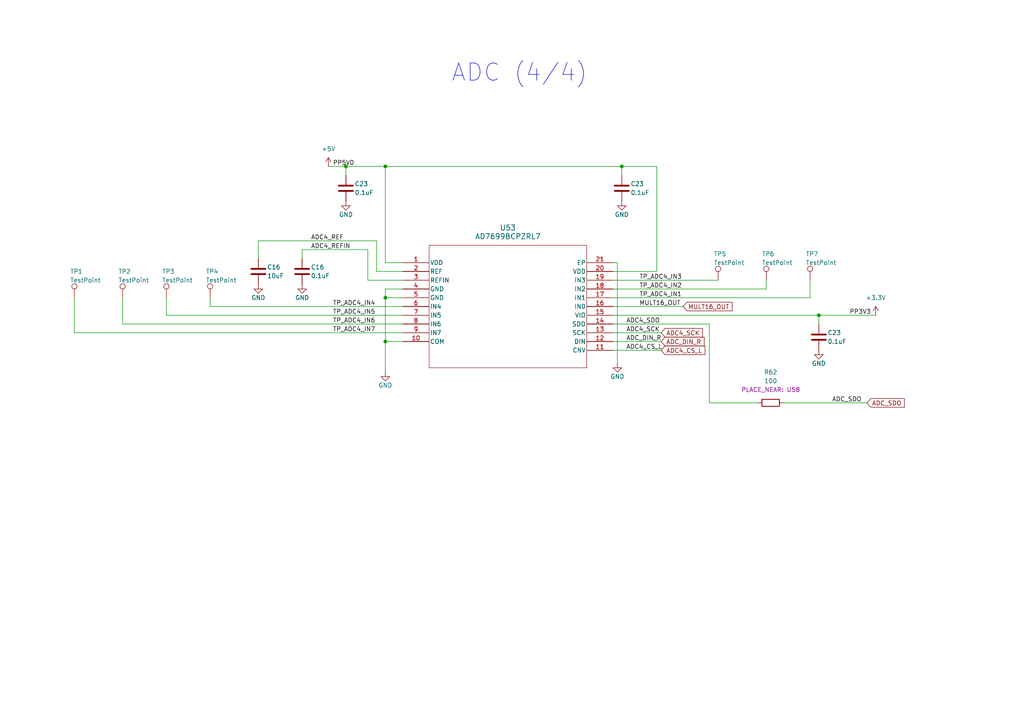
<source format=kicad_sch>
(kicad_sch (version 20230121) (generator eeschema)
  (paper "A4")
  (lib_symbols
    (symbol "AD7699BCPZRL7:AD7699BCPZRL7" (pin_names (offset 0.254))
      (property "Reference" "U" (at 30.48 10.16 0))
      (property "Value" "AD7699BCPZRL7" (at 30.48 7.62 0))
      (symbol "AD7699BCPZRL7_0_1"
        (polyline (pts (xy 7.62 -30.48) (xy 53.34 -30.48)) (stroke (width 0.127)))
        (polyline (pts (xy 7.62 5.08) (xy 7.62 -30.48)) (stroke (width 0.127)))
        (polyline (pts (xy 53.34 -30.48) (xy 53.34 5.08)) (stroke (width 0.127)))
        (polyline (pts (xy 53.34 5.08) (xy 7.62 5.08)) (stroke (width 0.127)))
        (pin power_in line (at 0 0 0) (length 7.62) (name "VDD") (number "1"))
        (pin unspecified line (at 0 -22.86 0) (length 7.62) (name "COM") (number "10"))
        (pin unspecified line (at 60.96 -25.4 180) (length 7.62) (name "CNV") (number "11"))
        (pin unspecified line (at 60.96 -22.86 180) (length 7.62) (name "DIN") (number "12"))
        (pin unspecified line (at 60.96 -20.32 180) (length 7.62) (name "SCK") (number "13"))
        (pin unspecified line (at 60.96 -17.78 180) (length 7.62) (name "SDO") (number "14"))
        (pin power_in line (at 60.96 -15.24 180) (length 7.62) (name "VIO") (number "15"))
        (pin unspecified line (at 60.96 -12.7 180) (length 7.62) (name "IN0") (number "16"))
        (pin unspecified line (at 60.96 -10.16 180) (length 7.62) (name "IN1") (number "17"))
        (pin unspecified line (at 60.96 -7.62 180) (length 7.62) (name "IN2") (number "18"))
        (pin unspecified line (at 60.96 -5.08 180) (length 7.62) (name "IN3") (number "19"))
        (pin unspecified line (at 0 -2.54 0) (length 7.62) (name "REF") (number "2"))
        (pin power_in line (at 60.96 -2.54 180) (length 7.62) (name "VDD") (number "20"))
        (pin unspecified line (at 60.96 0 180) (length 7.62) (name "EP") (number "21"))
        (pin unspecified line (at 0 -5.08 0) (length 7.62) (name "REFIN") (number "3"))
        (pin unspecified line (at 0 -7.62 0) (length 7.62) (name "GND") (number "4"))
        (pin unspecified line (at 0 -10.16 0) (length 7.62) (name "GND") (number "5"))
        (pin unspecified line (at 0 -12.7 0) (length 7.62) (name "IN4") (number "6"))
        (pin unspecified line (at 0 -15.24 0) (length 7.62) (name "IN5") (number "7"))
        (pin unspecified line (at 0 -17.78 0) (length 7.62) (name "IN6") (number "8"))
        (pin unspecified line (at 0 -20.32 0) (length 7.62) (name "IN7") (number "9"))
      )
    )
    (symbol "Connector:TestPoint" (pin_numbers hide) (pin_names (offset 0.762) hide)
      (property "Reference" "TP" (at 0 6.858 0))
      (property "Value" "TestPoint" (at 0 5.08 0))
      (symbol "TestPoint_0_1"
        (circle (center 0 3.302) (radius 0.762))
      )
      (symbol "TestPoint_1_1"
        (pin passive line (at 0 0 90) (length 2.54) (name "1") (number "1"))
      )
    )
    (symbol "Device:C" (pin_numbers hide) (pin_names (offset 0.254))
      (property "Reference" "C" (at 0.635 2.54 0))
      (property "Value" "C" (at 0.635 -2.54 0))
      (symbol "C_0_1"
        (polyline (pts (xy -2.032 -0.762) (xy 2.032 -0.762)) (stroke (width 0.508)))
        (polyline (pts (xy -2.032 0.762) (xy 2.032 0.762)) (stroke (width 0.508)))
      )
      (symbol "C_1_1"
        (pin passive line (at 0 3.81 270) (length 2.794) (name "~") (number "1"))
        (pin passive line (at 0 -3.81 90) (length 2.794) (name "~") (number "2"))
      )
    )
    (symbol "Device:R" (pin_numbers hide) (pin_names (offset 0))
      (property "Reference" "R" (at 2.032 0 90))
      (property "Value" "R" (at 0 0 90))
      (symbol "R_0_1"
        (rectangle (start -1.016 -2.54) (end 1.016 2.54) (stroke (width 0.254)))
      )
      (symbol "R_1_1"
        (pin passive line (at 0 3.81 270) (length 1.27) (name "~") (number "1"))
        (pin passive line (at 0 -3.81 90) (length 1.27) (name "~") (number "2"))
      )
    )
    (symbol "power:+3.3V" (power) (pin_names (offset 0))
      (property "Value" "+3.3V" (at 0 3.556 0))
      (symbol "+3.3V_0_1"
        (polyline (pts (xy -0.762 1.27) (xy 0 2.54)))
        (polyline (pts (xy 0 0) (xy 0 2.54)))
        (polyline (pts (xy 0 2.54) (xy 0.762 1.27)))
      )
      (symbol "+3.3V_1_1"
        (pin power_in line (at 0 0 90) (length 0) hide (name "+3.3V") (number "1"))
      )
    )
    (symbol "power:+5V" (power) (pin_names (offset 0))
      (property "Value" "+5V" (at 0 3.556 0))
      (symbol "+5V_0_1"
        (polyline (pts (xy -0.762 1.27) (xy 0 2.54)))
        (polyline (pts (xy 0 0) (xy 0 2.54)))
        (polyline (pts (xy 0 2.54) (xy 0.762 1.27)))
      )
      (symbol "+5V_1_1"
        (pin power_in line (at 0 0 90) (length 0) hide (name "+5V") (number "1"))
      )
    )
    (symbol "power:GND" (power) (pin_names (offset 0))
      (property "Value" "GND" (at 0 -3.81 0))
      (symbol "GND_0_1"
        (polyline (pts (xy 0 0) (xy 0 -1.27) (xy 1.27 -1.27) (xy 0 -2.54) (xy -1.27 -1.27) (xy 0 -1.27)))
      )
      (symbol "GND_1_1"
        (pin power_in line (at 0 0 270) (length 0) hide (name "GND") (number "1"))
      )
    )
  )
  (junction (at 111.76 48.26))
  (junction (at 111.76 99.06))
  (junction (at 111.76 86.36))
  (junction (at 180.34 48.26))
  (junction (at 237.49 91.44))
  (junction (at 100.33 48.26))
  (wire (pts (xy 21.59 86.36) (xy 21.59 96.52)))
  (wire (pts (xy 116.84 76.2) (xy 111.76 76.2)))
  (wire (pts (xy 222.25 83.82) (xy 222.25 81.28)))
  (wire (pts (xy 116.84 83.82) (xy 111.76 83.82)))
  (wire (pts (xy 219.71 116.84) (xy 205.74 116.84)))
  (wire (pts (xy 87.63 72.39) (xy 87.63 74.93)))
  (wire (pts (xy 111.76 86.36) (xy 111.76 99.06)))
  (wire (pts (xy 227.33 116.84) (xy 251.46 116.84)))
  (wire (pts (xy 100.33 48.26) (xy 111.76 48.26)))
  (wire (pts (xy 190.5 78.74) (xy 190.5 48.26)))
  (wire (pts (xy 111.76 99.06) (xy 116.84 99.06)))
  (wire (pts (xy 234.95 86.36) (xy 234.95 81.28)))
  (wire (pts (xy 87.63 72.39) (xy 106.68 72.39)))
  (wire (pts (xy 74.93 69.85) (xy 74.93 74.93)))
  (wire (pts (xy 180.34 48.26) (xy 180.34 50.8)))
  (wire (pts (xy 177.8 86.36) (xy 234.95 86.36)))
  (wire (pts (xy 177.8 88.9) (xy 198.12 88.9)))
  (wire (pts (xy 21.59 96.52) (xy 116.84 96.52)))
  (wire (pts (xy 109.22 69.85) (xy 109.22 78.74)))
  (wire (pts (xy 177.8 81.28) (xy 208.28 81.28)))
  (wire (pts (xy 237.49 91.44) (xy 254 91.44)))
  (wire (pts (xy 177.8 91.44) (xy 237.49 91.44)))
  (wire (pts (xy 177.8 96.52) (xy 191.77 96.52)))
  (wire (pts (xy 48.26 86.36) (xy 48.26 91.44)))
  (wire (pts (xy 190.5 48.26) (xy 180.34 48.26)))
  (wire (pts (xy 95.25 48.26) (xy 100.33 48.26)))
  (wire (pts (xy 205.74 116.84) (xy 205.74 93.98)))
  (wire (pts (xy 35.56 86.36) (xy 35.56 93.98)))
  (wire (pts (xy 48.26 91.44) (xy 116.84 91.44)))
  (wire (pts (xy 60.96 88.9) (xy 116.84 88.9)))
  (wire (pts (xy 35.56 93.98) (xy 116.84 93.98)))
  (wire (pts (xy 177.8 83.82) (xy 222.25 83.82)))
  (wire (pts (xy 111.76 83.82) (xy 111.76 86.36)))
  (wire (pts (xy 177.8 99.06) (xy 191.77 99.06)))
  (wire (pts (xy 111.76 86.36) (xy 116.84 86.36)))
  (wire (pts (xy 179.07 76.2) (xy 177.8 76.2)))
  (wire (pts (xy 109.22 78.74) (xy 116.84 78.74)))
  (wire (pts (xy 111.76 99.06) (xy 111.76 107.95)))
  (wire (pts (xy 180.34 48.26) (xy 111.76 48.26)))
  (wire (pts (xy 60.96 86.36) (xy 60.96 88.9)))
  (wire (pts (xy 100.33 48.26) (xy 100.33 50.8)))
  (wire (pts (xy 177.8 101.6) (xy 191.77 101.6)))
  (wire (pts (xy 177.8 78.74) (xy 190.5 78.74)))
  (wire (pts (xy 111.76 76.2) (xy 111.76 48.26)))
  (wire (pts (xy 177.8 93.98) (xy 205.74 93.98)))
  (wire (pts (xy 74.93 69.85) (xy 109.22 69.85)))
  (wire (pts (xy 106.68 72.39) (xy 106.68 81.28)))
  (wire (pts (xy 106.68 81.28) (xy 116.84 81.28)))
  (wire (pts (xy 237.49 91.44) (xy 237.49 93.98)))
  (wire (pts (xy 179.07 105.41) (xy 179.07 76.2)))
  (text "ADC (4/4)" (at 130.81 24.13 0) (effects (font (size 5 5)) (justify left bottom)))
  (label "ADC4_REF" (at 90.17 69.85 0))
  (label "TP_ADC4_IN5" (at 96.52 91.44 0))
  (label "ADC4_SCK" (at 181.61 96.52 0))
  (label "TP_ADC4_IN3" (at 185.42 81.28 0))
  (label "ADC4_REFIN" (at 90.17 72.39 0))
  (label "PP5V0" (at 96.52 48.26 0))
  (label "ADC_SDO" (at 241.3 116.84 0))
  (label "TP_ADC4_IN1" (at 185.42 86.36 0))
  (label "TP_ADC4_IN7" (at 96.52 96.52 0))
  (label "PP3V3" (at 246.38 91.44 0))
  (label "MULT16_OUT" (at 185.42 88.9 0))
  (label "ADC4_CS_L" (at 181.61 101.6 0))
  (label "ADC4_SDO" (at 181.61 93.98 0))
  (label "TP_ADC4_IN4" (at 96.52 88.9 0))
  (label "TP_ADC4_IN2" (at 185.42 83.82 0))
  (label "ADC_DIN_R" (at 181.61 99.06 0))
  (label "TP_ADC4_IN6" (at 96.52 93.98 0))
  (global_label "ADC_SDO" (shape input) (at 251.46 116.84 0) (property "Intersheetrefs" "${INTERSHEET_REFS}" (effects hide)))
  (global_label "ADC4_SCK" (shape input) (at 191.77 96.52 0) (property "Intersheetrefs" "${INTERSHEET_REFS}" (effects hide)))
  (global_label "ADC_DIN_R" (shape input) (at 191.77 99.06 0) (property "Intersheetrefs" "${INTERSHEET_REFS}" (effects hide)))
  (global_label "ADC4_CS_L" (shape input) (at 191.77 101.6 0) (property "Intersheetrefs" "${INTERSHEET_REFS}" (effects hide)))
  (global_label "MULT16_OUT" (shape input) (at 198.12 88.9 0) (property "Intersheetrefs" "${INTERSHEET_REFS}" (effects hide)))
  (symbol (lib_id "power:GND") (at 179.07 105.41 0) (unit 1)
    (property "Reference" "#PWR035" (effects hide))
    (property "Value" "GND" (at 179.07 109.22 0))
    (instances (project "fydp" (path "" (reference "#PWR035") (unit 1)) (path "" (reference "#PWR0106") (unit 1)) (path "" (reference "#PWR0214") (unit 1)) (path "" (reference "#PWR0250") (unit 1)) (path "" (reference "#PWR0171") (unit 1)) (path "" (reference "#PWR0315") (unit 1)) (path "" (reference "#PWR060") (unit 1))) (project "untitled" (path "" (reference "#PWR035") (unit 1))))
  )
  (symbol (lib_id "Connector:TestPoint") (at 222.25 81.28 0) (unit 1)
    (property "Reference" "TP6" (at 220.98 73.66 0) (effects (justify left)))
    (property "Value" "TestPoint" (at 220.98 76.2 0) (effects (justify left)))
    (property "Footprint" "TestPoint:TestPoint_Pad_1.0x1.0mm" (effects hide))
    (instances (project "fydp" (path "" (reference "TP6") (unit 1)) (path "" (reference "TP29") (unit 1)) (path "" (reference "TP42") (unit 1))) (project "untitled" (path "" (reference "TP2") (unit 1))))
  )
  (symbol (lib_id "Connector:TestPoint") (at 234.95 81.28 0) (unit 1)
    (property "Reference" "TP7" (at 233.68 73.66 0) (effects (justify left)))
    (property "Value" "TestPoint" (at 233.68 76.2 0) (effects (justify left)))
    (property "Footprint" "TestPoint:TestPoint_Pad_1.0x1.0mm" (effects hide))
    (instances (project "fydp" (path "" (reference "TP7") (unit 1)) (path "" (reference "TP30") (unit 1)) (path "" (reference "TP43") (unit 1))) (project "untitled" (path "" (reference "TP2") (unit 1))))
  )
  (symbol (lib_id "Device:C") (at 74.93 78.74 0) (unit 1)
    (property "Reference" "C16" (at 77.47 77.47 0) (effects (justify left)))
    (property "Value" "10uF" (at 77.47 80.01 0) (effects (justify left)))
    (property "Footprint" "Capacitor_SMD:C_0805_2012Metric" (effects hide))
    (instances (project "fydp" (path "" (reference "C16") (unit 1)) (path "" (reference "C56") (unit 1)) (path "" (reference "C128") (unit 1)) (path "" (reference "C152") (unit 1)) (path "" (reference "C205") (unit 1)) (path "" (reference "C217") (unit 1)) (path "" (reference "C7") (unit 1))) (project "untitled" (path "" (reference "C16") (unit 1))))
  )
  (symbol (lib_id "Connector:TestPoint") (at 208.28 81.28 0) (unit 1)
    (property "Reference" "TP5" (at 207.01 73.66 0) (effects (justify left)))
    (property "Value" "TestPoint" (at 207.01 76.2 0) (effects (justify left)))
    (property "Footprint" "TestPoint:TestPoint_Pad_1.0x1.0mm" (effects hide))
    (instances (project "fydp" (path "" (reference "TP5") (unit 1)) (path "" (reference "TP28") (unit 1)) (path "" (reference "TP41") (unit 1))) (project "untitled" (path "" (reference "TP2") (unit 1))))
  )
  (symbol (lib_id "AD7699BCPZRL7:AD7699BCPZRL7") (at 116.84 76.2 0) (unit 1)
    (property "Reference" "U53" (at 147.32 66.04 0) (effects (font (size 1.524 1.524))))
    (property "Value" "AD7699BCPZRL7" (at 147.32 68.58 0) (effects (font (size 1.524 1.524))))
    (property "Footprint" "fydp:CP_20_4_ADI" (effects hide))
    (property "Datasheet" "AD7699BCPZRL7" (effects hide))
    (instances (project "fydp" (path "" (reference "U53") (unit 1)) (path "" (reference "U58") (unit 1)) (path "" (reference "U7") (unit 1))) (project "untitled" (path "" (reference "U57") (unit 1))))
  )
  (symbol (lib_id "power:GND") (at 111.76 107.95 0) (unit 1)
    (property "Reference" "#PWR035" (effects hide))
    (property "Value" "GND" (at 111.76 111.76 0))
    (instances (project "fydp" (path "" (reference "#PWR035") (unit 1)) (path "" (reference "#PWR0106") (unit 1)) (path "" (reference "#PWR0214") (unit 1)) (path "" (reference "#PWR0250") (unit 1)) (path "" (reference "#PWR0136") (unit 1)) (path "" (reference "#PWR0314") (unit 1)) (path "" (reference "#PWR059") (unit 1))) (project "untitled" (path "" (reference "#PWR035") (unit 1))))
  )
  (symbol (lib_id "power:GND") (at 100.33 58.42 0) (unit 1)
    (property "Reference" "#PWR035" (effects hide))
    (property "Value" "GND" (at 100.33 62.23 0))
    (instances (project "fydp" (path "" (reference "#PWR035") (unit 1)) (path "" (reference "#PWR0106") (unit 1)) (path "" (reference "#PWR0214") (unit 1)) (path "" (reference "#PWR0250") (unit 1)) (path "" (reference "#PWR0135") (unit 1)) (path "" (reference "#PWR0313") (unit 1)) (path "" (reference "#PWR058") (unit 1))) (project "untitled" (path "" (reference "#PWR035") (unit 1))))
  )
  (symbol (lib_id "power:GND") (at 74.93 82.55 0) (unit 1)
    (property "Reference" "#PWR024" (effects hide))
    (property "Value" "GND" (at 74.93 86.36 0))
    (instances (project "fydp" (path "" (reference "#PWR024") (unit 1)) (path "" (reference "#PWR084") (unit 1)) (path "" (reference "#PWR0192") (unit 1)) (path "" (reference "#PWR0228") (unit 1)) (path "" (reference "#PWR099") (unit 1)) (path "" (reference "#PWR0311") (unit 1)) (path "" (reference "#PWR055") (unit 1))) (project "untitled" (path "" (reference "#PWR024") (unit 1))))
  )
  (symbol (lib_id "power:+5V") (at 95.25 48.26 0) (unit 1)
    (property "Reference" "#PWR021" (effects hide))
    (property "Value" "+5V" (at 95.25 43.18 0))
    (instances (project "fydp" (path "" (reference "#PWR021") (unit 1)) (path "" (reference "#PWR052") (unit 1)) (path "" (reference "#PWR085") (unit 1)) (path "" (reference "#PWR0195") (unit 1)) (path "" (reference "#PWR0206") (unit 1)) (path "" (reference "#PWR0215") (unit 1)) (path "" (reference "#PWR057") (unit 1))))
  )
  (symbol (lib_id "power:GND") (at 87.63 82.55 0) (unit 1)
    (property "Reference" "#PWR024" (effects hide))
    (property "Value" "GND" (at 87.63 86.36 0))
    (instances (project "fydp" (path "" (reference "#PWR024") (unit 1)) (path "" (reference "#PWR084") (unit 1)) (path "" (reference "#PWR0192") (unit 1)) (path "" (reference "#PWR0228") (unit 1)) (path "" (reference "#PWR0100") (unit 1)) (path "" (reference "#PWR0312") (unit 1)) (path "" (reference "#PWR056") (unit 1))) (project "untitled" (path "" (reference "#PWR024") (unit 1))))
  )
  (symbol (lib_id "Device:C") (at 87.63 78.74 0) (unit 1)
    (property "Reference" "C16" (at 90.17 77.47 0) (effects (justify left)))
    (property "Value" "0.1uF" (at 90.17 80.01 0) (effects (justify left)))
    (property "Footprint" "Capacitor_SMD:C_0805_2012Metric" (effects hide))
    (instances (project "fydp" (path "" (reference "C16") (unit 1)) (path "" (reference "C56") (unit 1)) (path "" (reference "C128") (unit 1)) (path "" (reference "C152") (unit 1)) (path "" (reference "C206") (unit 1)) (path "" (reference "C218") (unit 1)) (path "" (reference "C9") (unit 1))) (project "untitled" (path "" (reference "C16") (unit 1))))
  )
  (symbol (lib_id "power:+3.3V") (at 254 91.44 0) (unit 1)
    (property "Reference" "#PWR013" (effects hide))
    (property "Value" "+3.3V" (at 254 86.36 0))
    (instances (project "fydp" (path "" (reference "#PWR013") (unit 1)) (path "" (reference "#PWR031") (unit 1)) (path "" (reference "#PWR0205") (unit 1)) (path "" (reference "#PWR0216") (unit 1)) (path "" (reference "#PWR065") (unit 1))))
  )
  (symbol (lib_id "Device:C") (at 237.49 97.79 0) (unit 1)
    (property "Reference" "C23" (at 240.03 96.52 0) (effects (justify left)))
    (property "Value" "0.1uF" (at 240.03 99.06 0) (effects (justify left)))
    (property "Footprint" "Capacitor_SMD:C_0805_2012Metric" (effects hide))
    (instances (project "fydp" (path "" (reference "C23") (unit 1)) (path "" (reference "C70") (unit 1)) (path "" (reference "C142") (unit 1)) (path "" (reference "C166") (unit 1)) (path "" (reference "C208") (unit 1)) (path "" (reference "C220") (unit 1)) (path "" (reference "C13") (unit 1))) (project "untitled" (path "" (reference "C23") (unit 1))))
  )
  (symbol (lib_id "Connector:TestPoint") (at 35.56 86.36 0) (unit 1)
    (property "Reference" "TP2" (at 34.29 78.74 0) (effects (justify left)))
    (property "Value" "TestPoint" (at 34.29 81.28 0) (effects (justify left)))
    (property "Footprint" "TestPoint:TestPoint_Pad_1.0x1.0mm" (effects hide))
    (instances (project "fydp" (path "" (reference "TP2") (unit 1)) (path "" (reference "TP25") (unit 1)) (path "" (reference "TP38") (unit 1))) (project "untitled" (path "" (reference "TP2") (unit 1))))
  )
  (symbol (lib_id "Connector:TestPoint") (at 60.96 86.36 0) (unit 1)
    (property "Reference" "TP4" (at 59.69 78.74 0) (effects (justify left)))
    (property "Value" "TestPoint" (at 59.69 81.28 0) (effects (justify left)))
    (property "Footprint" "TestPoint:TestPoint_Pad_1.0x1.0mm" (effects hide))
    (instances (project "fydp" (path "" (reference "TP4") (unit 1)) (path "" (reference "TP27") (unit 1)) (path "" (reference "TP40") (unit 1))) (project "untitled" (path "" (reference "TP2") (unit 1))))
  )
  (symbol (lib_id "Connector:TestPoint") (at 48.26 86.36 0) (unit 1)
    (property "Reference" "TP3" (at 46.99 78.74 0) (effects (justify left)))
    (property "Value" "TestPoint" (at 46.99 81.28 0) (effects (justify left)))
    (property "Footprint" "TestPoint:TestPoint_Pad_1.0x1.0mm" (effects hide))
    (instances (project "fydp" (path "" (reference "TP3") (unit 1)) (path "" (reference "TP26") (unit 1)) (path "" (reference "TP39") (unit 1))) (project "untitled" (path "" (reference "TP2") (unit 1))))
  )
  (symbol (lib_id "Device:C") (at 100.33 54.61 0) (unit 1)
    (property "Reference" "C23" (at 102.87 53.34 0) (effects (justify left)))
    (property "Value" "0.1uF" (at 102.87 55.88 0) (effects (justify left)))
    (property "Footprint" "Capacitor_SMD:C_0805_2012Metric" (effects hide))
    (instances (project "fydp" (path "" (reference "C23") (unit 1)) (path "" (reference "C70") (unit 1)) (path "" (reference "C142") (unit 1)) (path "" (reference "C166") (unit 1)) (path "" (reference "C207") (unit 1)) (path "" (reference "C219") (unit 1)) (path "" (reference "C10") (unit 1))) (project "untitled" (path "" (reference "C23") (unit 1))))
  )
  (symbol (lib_id "Device:R") (at 223.52 116.84 270) (unit 1)
    (property "Reference" "R62" (at 223.52 107.95 90))
    (property "Value" "100" (at 223.52 110.49 90))
    (property "Footprint" "Resistor_SMD:R_0805_2012Metric" (effects hide))
    (property "PLACE_NEAR" "U58" (at 223.52 113.03 90) (show_name))
    (instances (project "fydp" (path "" (reference "R62") (unit 1)) (path "" (reference "R33") (unit 1)) (path "" (reference "R101") (unit 1)) (path "" (reference "R17") (unit 1))) (project "untitled" (path "" (reference "R62") (unit 1))))
  )
  (symbol (lib_id "power:GND") (at 180.34 58.42 0) (unit 1)
    (property "Reference" "#PWR035" (effects hide))
    (property "Value" "GND" (at 180.34 62.23 0))
    (instances (project "fydp" (path "" (reference "#PWR035") (unit 1)) (path "" (reference "#PWR0106") (unit 1)) (path "" (reference "#PWR0214") (unit 1)) (path "" (reference "#PWR0250") (unit 1)) (path "" (reference "#PWR0135") (unit 1)) (path "" (reference "#PWR0243") (unit 1)) (path "" (reference "#PWR011") (unit 1)) (path "" (reference "#PWR063") (unit 1))) (project "untitled" (path "" (reference "#PWR035") (unit 1))))
  )
  (symbol (lib_id "Connector:TestPoint") (at 21.59 86.36 0) (unit 1)
    (property "Reference" "TP1" (at 20.32 78.74 0) (effects (justify left)))
    (property "Value" "TestPoint" (at 20.32 81.28 0) (effects (justify left)))
    (property "Footprint" "TestPoint:TestPoint_Pad_1.0x1.0mm" (effects hide))
    (instances (project "fydp" (path "" (reference "TP1") (unit 1)) (path "" (reference "TP24") (unit 1)) (path "" (reference "TP37") (unit 1))) (project "untitled" (path "" (reference "TP2") (unit 1))))
  )
  (symbol (lib_id "Device:C") (at 180.34 54.61 0) (unit 1)
    (property "Reference" "C23" (at 182.88 53.34 0) (effects (justify left)))
    (property "Value" "0.1uF" (at 182.88 55.88 0) (effects (justify left)))
    (property "Footprint" "Capacitor_SMD:C_0805_2012Metric" (effects hide))
    (instances (project "fydp" (path "" (reference "C23") (unit 1)) (path "" (reference "C70") (unit 1)) (path "" (reference "C142") (unit 1)) (path "" (reference "C166") (unit 1)) (path "" (reference "C207") (unit 1)) (path "" (reference "C211") (unit 1)) (path "" (reference "C4") (unit 1)) (path "" (reference "C12") (unit 1))) (project "untitled" (path "" (reference "C23") (unit 1))))
  )
  (symbol (lib_id "power:GND") (at 237.49 101.6 0) (unit 1)
    (property "Reference" "#PWR035" (effects hide))
    (property "Value" "GND" (at 237.49 105.41 0))
    (instances (project "fydp" (path "" (reference "#PWR035") (unit 1)) (path "" (reference "#PWR0106") (unit 1)) (path "" (reference "#PWR0214") (unit 1)) (path "" (reference "#PWR0250") (unit 1)) (path "" (reference "#PWR0172") (unit 1)) (path "" (reference "#PWR0316") (unit 1)) (path "" (reference "#PWR064") (unit 1))) (project "untitled" (path "" (reference "#PWR035") (unit 1))))
  )
)
</source>
